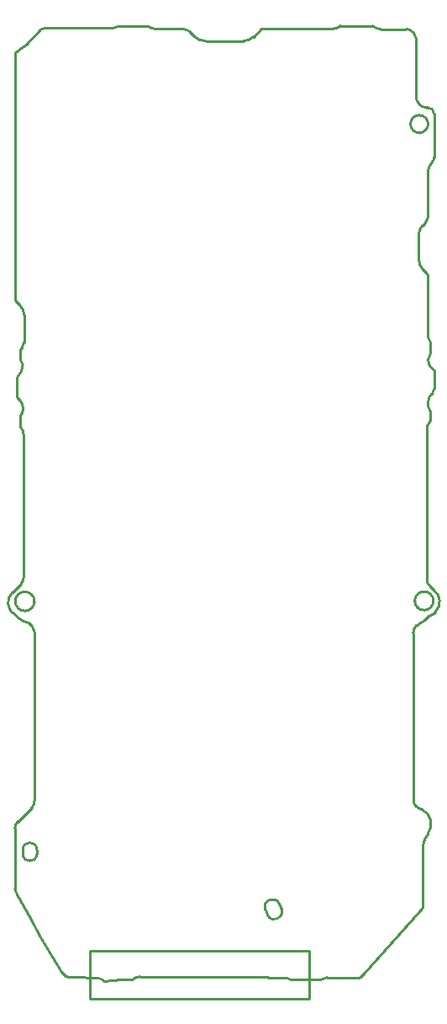
<source format=gko>
G04 Layer: BoardOutlineLayer*
G04 EasyEDA v6.5.21, 2022-10-22 15:56:40*
G04 9ab0f769691e454ba0e7696980ab9178,294cf934c43b457281b0b0dcd80bbfec,10*
G04 Gerber Generator version 0.2*
G04 Scale: 100 percent, Rotated: No, Reflected: No *
G04 Dimensions in millimeters *
G04 leading zeros omitted , absolute positions ,4 integer and 5 decimal *
%FSLAX45Y45*%
%MOMM*%

%ADD10C,0.2540*%
D10*
X-3031444Y-1109068D02*
G01*
X-3031444Y552165D01*
X-3033984Y577565D01*
X-3039064Y600425D01*
X-3049224Y623285D01*
X-3061924Y643605D01*
X-3074624Y663925D01*
X-3092404Y676625D01*
X-3120344Y689325D01*
X-3145744Y696945D01*
X-3163524Y707105D01*
X-3183844Y724885D01*
X-3224197Y755898D01*
X927498Y4182491D02*
G01*
X927498Y3571763D01*
X-2973024Y6645625D02*
G01*
X-3121088Y6497561D01*
X-3168604Y6462745D01*
X-3211784Y6432265D01*
X-3227024Y6417025D01*
X-3227024Y3920205D01*
X-3175840Y3869024D01*
X920795Y2629524D02*
G01*
X920795Y1113505D01*
X-3140664Y2568925D02*
G01*
X-3140664Y1140320D01*
X868715Y-1197152D02*
G01*
X839515Y-1182654D01*
X814115Y-1167414D01*
X793795Y-1144554D01*
X786175Y-1124234D01*
X783635Y-1093754D01*
X783635Y574050D01*
X-2409070Y-2892074D02*
G01*
X-2452324Y-2892074D01*
X-2584404Y-2886994D01*
X-2686004Y-2881914D01*
X-2716484Y-2871754D01*
X-2739344Y-2856514D01*
X-2759664Y-2833654D01*
X-2790144Y-2787934D01*
X-2879044Y-2640614D01*
X-2978104Y-2467894D01*
X-3074624Y-2290094D01*
X-3206704Y-2056414D01*
X-2045924Y-2912394D02*
G01*
X-2051004Y-2912394D01*
X-2188164Y-2912394D01*
X-2221184Y-2914934D01*
X-2244044Y-2920014D01*
X-2335484Y-2922554D01*
X-499861Y-2892074D02*
G01*
X-659084Y-2892074D01*
X-692104Y-2881914D01*
X-1929084Y-2881914D01*
X-1972337Y-2881914D01*
X-143464Y-2912394D02*
G01*
X-450804Y-2912394D01*
X928415Y-1446814D02*
G01*
X913175Y-1467134D01*
X897935Y-1497614D01*
X887775Y-1525554D01*
X882695Y-1553494D01*
X882695Y-2168174D01*
X880155Y-2178334D01*
X872535Y-2196114D01*
X857295Y-2216434D01*
X275635Y-2861594D01*
X255315Y-2881914D01*
X234995Y-2889534D01*
X-72344Y-2889534D01*
X-88275Y-2889534D01*
X1004615Y785845D02*
G01*
X969055Y762985D01*
X941115Y745205D01*
X897935Y704565D01*
X854755Y681705D01*
X816655Y653765D01*
X984166Y1015481D02*
G01*
X945301Y1054346D01*
X953815Y2810662D02*
G01*
X953815Y2709242D01*
X933495Y2897096D02*
G01*
X933495Y2859719D01*
X978291Y2992180D02*
G01*
X969055Y2982945D01*
X965824Y3245256D02*
G01*
X994455Y3216625D01*
X994455Y3031205D01*
X933495Y3329076D02*
G01*
X933495Y3323305D01*
X958895Y3495410D02*
G01*
X958895Y3390399D01*
X923335Y4191985D02*
G01*
X882622Y4232701D01*
X839515Y4585144D02*
G01*
X839515Y4336765D01*
X904758Y4704270D02*
G01*
X877615Y4677125D01*
X933495Y5218656D02*
G01*
X933495Y4773645D01*
X994455Y5801113D02*
G01*
X994455Y5365826D01*
X979215Y5837905D02*
G01*
X969236Y5847885D01*
X925875Y5865845D02*
G01*
X914587Y5865845D01*
X811575Y6561010D02*
G01*
X811575Y5979634D01*
X791255Y6610065D02*
G01*
X773219Y6628102D01*
X712515Y6653245D02*
G01*
X454413Y6653245D01*
X374695Y6686265D02*
G01*
X52115Y6686265D01*
X-15336Y6658325D02*
G01*
X-742904Y6658325D01*
X-826056Y6575176D01*
X-925784Y6533865D02*
G01*
X-1309654Y6533865D01*
X-1426164Y6582125D02*
G01*
X-1478272Y6634233D01*
X-1530304Y6655785D02*
G01*
X-1820992Y6655785D01*
X-1888444Y6683725D02*
G01*
X-2185624Y6683725D01*
X-2234681Y6663405D02*
G01*
X-2930100Y6663405D01*
X-3138124Y3777965D02*
G01*
X-3138124Y3500414D01*
X-3160984Y3445225D02*
G01*
X-3161855Y3444354D01*
X-3176224Y3409665D02*
G01*
X-3176224Y3336622D01*
X-3209244Y3134263D02*
G01*
X-3209244Y2947385D01*
X-3177766Y2915907D01*
X-3150824Y2850865D02*
G01*
X-3150824Y2818206D01*
X-3176224Y2756885D02*
G01*
X-3176224Y2653799D01*
X-3172993Y2646974D02*
G01*
X-3173684Y2647665D01*
X-3168604Y1072865D02*
G01*
X-3254964Y986505D01*
X-3061924Y-1182654D02*
G01*
X-3202622Y-1323352D01*
X-3229564Y-1388394D02*
G01*
X-3229564Y-2001225D01*
G75*
G01*
X928416Y-1446814D02*
G03*
X868716Y-1197153I-127000J101599D01*
G75*
G01*
X816656Y653766D02*
G03*
X783636Y574049I79717J-79718D01*
G75*
G01*
X1004616Y785846D02*
G03*
X984166Y1015481I-101600J106680D01*
G75*
G01*
X920796Y1113506D02*
G03*
X945302Y1054346I83666J1D01*
G75*
G01*
X946196Y2690846D02*
G03*
X920796Y2629525I61321J-61321D01*
G75*
G01*
X946196Y2690846D02*
G03*
X953816Y2709243I-18396J18397D01*
G75*
G01*
X953816Y2810662D02*
G03*
X948736Y2822926I-17344J-1D01*
G75*
G01*
X933496Y2859719D02*
G03*
X948736Y2822926I52032J-1D01*
G75*
G01*
X969056Y2982946D02*
G03*
X933496Y2897097I85849J-85849D01*
G75*
G01*
X978291Y2992181D02*
G03*
X994456Y3031206I-39024J39025D01*
G75*
G01*
X933496Y3323306D02*
G03*
X965825Y3245256I110377J-1D01*
G75*
G01*
X956356Y3384266D02*
G03*
X933496Y3329077I55189J-55189D01*
G75*
G01*
X956356Y3384266D02*
G03*
X958896Y3390398I-6132J6132D01*
G75*
G01*
X958896Y3495410D02*
G03*
X951276Y3513806I-26016J-1D01*
G75*
G01*
X928416Y3568995D02*
G03*
X951276Y3513806I78049J-1D01*
G75*
G01*
X928416Y4179722D02*
G03*
X923336Y4191986I-17344J0D01*
G75*
G01*
X839516Y4336766D02*
G03*
X882622Y4232701I147170J1D01*
G75*
G01*
X877616Y4677126D02*
G03*
X839516Y4585145I91981J-91981D01*
G75*
G01*
X904758Y4704269D02*
G03*
X933496Y4773646I-69376J69378D01*
G75*
G01*
X969056Y5304506D02*
G03*
X933496Y5218656I85849J-85850D01*
G75*
G01*
X969056Y5304506D02*
G03*
X994456Y5365827I-61321J61321D01*
G75*
G01*
X994456Y5801114D02*
G03*
X979216Y5837906I-52033J-1D01*
G75*
G01*
X969236Y5847885D02*
G03*
X925876Y5865846I-43361J-43359D01*
G75*
G01*
X847136Y5893786D02*
G03*
X914588Y5865846I67453J67453D01*
G75*
G01*
X811576Y5979636D02*
G03*
X847136Y5893786I121409J0D01*
G75*
G01*
X811576Y6561011D02*
G03*
X791256Y6610066I-69377J-2D01*
G75*
G01*
X773222Y6628102D02*
G03*
X712516Y6653246I-60705J-60705D01*
G75*
G01*
X374696Y6686266D02*
G03*
X454414Y6653246I79716J79718D01*
G75*
G01*
X-15337Y6658326D02*
G03*
X52116Y6686266I0J95393D01*
G75*
G01*
X-925784Y6533866D02*
G03*
X-826056Y6575176I-3J141038D01*
G75*
G01*
X-1426164Y6582126D02*
G03*
X-1309654Y6533866I116510J116510D01*
G75*
G01*
X-1478272Y6634234D02*
G03*
X-1530304Y6655786I-52034J-52034D01*
G75*
G01*
X-1888444Y6683726D02*
G03*
X-1820992Y6655786I67453J67453D01*
G75*
G01*
X-2234682Y6663406D02*
G03*
X-2185624Y6683726I0J69376D01*
G75*
G01*
X-2930101Y6663406D02*
G03*
X-2973024Y6645626I1J-60705D01*
G75*
G01*
X-3138124Y3777966D02*
G03*
X-3175841Y3869025I-128774J2D01*
G75*
G01*
X-3160984Y3445226D02*
G03*
X-3138124Y3500415I-55189J55189D01*
G75*
G01*
X-3161856Y3444355D02*
G03*
X-3176224Y3409666I34689J-34689D01*
G75*
G01*
X-3176224Y3336622D02*
G03*
X-3168604Y3318226I26016J1D01*
G75*
G01*
X-3150824Y3275302D02*
G03*
X-3168604Y3318226I-60705J0D01*
G75*
G01*
X-3199498Y3157792D02*
G03*
X-3150824Y3275302I-117509J117509D01*
G75*
G01*
X-3199498Y3157792D02*
G03*
X-3209244Y3134263I23529J-23530D01*
G75*
G01*
X-3150824Y2850866D02*
G03*
X-3177766Y2915907I-91982J-1D01*
G75*
G01*
X-3176224Y2756886D02*
G03*
X-3150824Y2818207I-61321J61321D01*
G75*
G01*
X-3176224Y2653800D02*
G03*
X-3173684Y2647666I8672J-2D01*
G75*
G01*
X-3140664Y2568926D02*
G03*
X-3172993Y2646975I-110378J0D01*
G75*
G01*
X-3168604Y1072866D02*
G03*
X-3140664Y1140320I-67453J67453D01*
G75*
G01*
X-3254964Y986506D02*
G03*
X-3224197Y755899I99060J-104139D01*
G75*
G01*
X-3061924Y-1182654D02*
G03*
X-3031444Y-1109068I-73586J73585D01*
G75*
G01*
X-3202622Y-1323353D02*
G03*
X-3229564Y-1388394I65039J-65041D01*
G75*
G01*
X-3229564Y-2001225D02*
G03*
X-3206704Y-2056414I78049J-1D01*
G75*
G01*
X-450804Y-2912394D02*
G03*
X-499862Y-2892074I-49057J-49057D01*
G75*
G01*
X-88275Y-2889534D02*
G03*
X-143464Y-2912394I0J-78049D01*
G75*
G01*
X-1972338Y-2881914D02*
G03*
X-2045924Y-2912394I-1J-104066D01*
G75*
G01*
X-2335484Y-2922554D02*
G03*
X-2409071Y-2892074I-73586J-73586D01*
X-686653Y-2257435D02*
G01*
X-706973Y-2206635D01*
G75*
G01*
X-706973Y-2206635D02*
G02*
X-565475Y-2150034I70845J28059D01*
X-565475Y-2150033D02*
G01*
X-545155Y-2200833D01*
G75*
G01*
X-545155Y-2200834D02*
G02*
X-686653Y-2257435I-70846J-28059D01*
X-686653Y-2257435D02*
G01*
X-686653Y-2257435D01*
X-3009854Y-1601754D02*
G01*
X-3009854Y-1647474D01*
G75*
G01*
X-3009854Y-1647474D02*
G02*
X-3149554Y-1647474I-69850J0D01*
X-3149554Y-1647474D02*
G01*
X-3149554Y-1601754D01*
G75*
G01*
X-3149554Y-1601754D02*
G02*
X-3009854Y-1601754I69850J0D01*
X-3009854Y-1601754D02*
G01*
X-3009854Y-1601754D01*
G75*
G01*
X844595Y5609505D02*
G02*
X755696Y5698172I0J88900D01*
X755695Y5698172D02*
G01*
X755695Y5698638D01*
G75*
G01*
X755696Y5698639D02*
G02*
X844595Y5787305I88899J-234D01*
X844595Y5787305D02*
G01*
X844595Y5787305D01*
G75*
G01*
X844595Y5787305D02*
G02*
X933495Y5698405I0J-88900D01*
G75*
G01*
X933495Y5698405D02*
G02*
X844595Y5609505I-88900J0D01*
X844595Y5609505D02*
G01*
X844595Y5609505D01*
G75*
G01*
X892854Y805854D02*
G02*
X798835Y899874I0J94020D01*
G75*
G01*
X798835Y899874D02*
G02*
X798834Y899926I94018J485D01*
X798834Y899926D02*
G01*
X798834Y899696D01*
X798834Y899696D02*
G01*
X798838Y900680D01*
G75*
G01*
X798838Y900681D02*
G02*
X892854Y993894I94016J-807D01*
X892854Y993893D02*
G01*
X892854Y993893D01*
G75*
G01*
X892854Y993894D02*
G02*
X986874Y899874I0J-94020D01*
G75*
G01*
X986874Y899874D02*
G02*
X892854Y805854I-94020J0D01*
X892854Y805854D02*
G01*
X892854Y805854D01*
G75*
G01*
X-3130159Y798421D02*
G02*
X-3227024Y895032I0J96865D01*
X-3227024Y895032D02*
G01*
X-3227022Y895286D01*
G75*
G01*
X-3227022Y895286D02*
G02*
X-3227023Y895295I12694J389D01*
X-3227022Y895294D02*
G01*
X-3227021Y895228D01*
X-3227021Y895228D02*
G01*
X-3227024Y895540D01*
G75*
G01*
X-3227024Y895541D02*
G02*
X-3130159Y992152I96865J-254D01*
X-3130158Y992152D02*
G01*
X-3130158Y992152D01*
G75*
G01*
X-3130159Y992152D02*
G02*
X-3033293Y895286I0J-96865D01*
X-3033293Y895286D02*
G01*
X-3033293Y895286D01*
G75*
G01*
X-3033293Y895286D02*
G02*
X-3130159Y798421I-96866J1D01*
X-3130158Y798420D02*
G01*
X-3130158Y798420D01*
X-3227024Y894998D02*
G01*
X-3227024Y895065D01*
G75*
G01*
X-3227024Y895066D02*
G02*
X-3227024Y895074I12700J4D01*
X-3227024Y895073D02*
G01*
X-3227024Y894998D01*
X755695Y5698206D02*
G01*
X755695Y5698172D01*
G75*
G01*
X755696Y5698172D02*
G02*
X755696Y5698140I-12700J-117D01*
X755695Y5698140D02*
G01*
X755695Y5698206D01*
X755697Y5698396D02*
G01*
X755695Y5698463D01*
G75*
G01*
X755696Y5698464D02*
G03*
X755695Y5698472I-12695J-381D01*
X755695Y5698471D02*
G01*
X755697Y5698396D01*
X-2474993Y-2622494D02*
G01*
X-2474993Y-3099993D01*
X-2474993Y-3099993D02*
G01*
X-267497Y-3099993D01*
X-267497Y-3099993D02*
G01*
X-267497Y-2622494D01*
X-267497Y-2622494D02*
G01*
X-2474993Y-2622494D01*

%LPD*%
M02*

</source>
